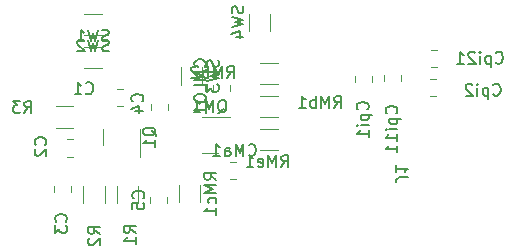
<source format=gbr>
%TF.GenerationSoftware,KiCad,Pcbnew,(6.0.5-0)*%
%TF.CreationDate,2022-07-01T09:39:55-05:00*%
%TF.ProjectId,AM_modulator,414d5f6d-6f64-4756-9c61-746f722e6b69,rev?*%
%TF.SameCoordinates,Original*%
%TF.FileFunction,Legend,Bot*%
%TF.FilePolarity,Positive*%
%FSLAX46Y46*%
G04 Gerber Fmt 4.6, Leading zero omitted, Abs format (unit mm)*
G04 Created by KiCad (PCBNEW (6.0.5-0)) date 2022-07-01 09:39:55*
%MOMM*%
%LPD*%
G01*
G04 APERTURE LIST*
%ADD10C,0.150000*%
%ADD11C,0.120000*%
G04 APERTURE END LIST*
D10*
%TO.C,RMc1*%
X76722380Y-70883333D02*
X76246190Y-70550000D01*
X76722380Y-70311904D02*
X75722380Y-70311904D01*
X75722380Y-70692857D01*
X75770000Y-70788095D01*
X75817619Y-70835714D01*
X75912857Y-70883333D01*
X76055714Y-70883333D01*
X76150952Y-70835714D01*
X76198571Y-70788095D01*
X76246190Y-70692857D01*
X76246190Y-70311904D01*
X76722380Y-71311904D02*
X75722380Y-71311904D01*
X76436666Y-71645238D01*
X75722380Y-71978571D01*
X76722380Y-71978571D01*
X76674761Y-72883333D02*
X76722380Y-72788095D01*
X76722380Y-72597619D01*
X76674761Y-72502380D01*
X76627142Y-72454761D01*
X76531904Y-72407142D01*
X76246190Y-72407142D01*
X76150952Y-72454761D01*
X76103333Y-72502380D01*
X76055714Y-72597619D01*
X76055714Y-72788095D01*
X76103333Y-72883333D01*
X76722380Y-73835714D02*
X76722380Y-73264285D01*
X76722380Y-73550000D02*
X75722380Y-73550000D01*
X75865238Y-73454761D01*
X75960476Y-73359523D01*
X76008095Y-73264285D01*
%TO.C,SW4*%
X78984761Y-56216666D02*
X79032380Y-56359523D01*
X79032380Y-56597619D01*
X78984761Y-56692857D01*
X78937142Y-56740476D01*
X78841904Y-56788095D01*
X78746666Y-56788095D01*
X78651428Y-56740476D01*
X78603809Y-56692857D01*
X78556190Y-56597619D01*
X78508571Y-56407142D01*
X78460952Y-56311904D01*
X78413333Y-56264285D01*
X78318095Y-56216666D01*
X78222857Y-56216666D01*
X78127619Y-56264285D01*
X78080000Y-56311904D01*
X78032380Y-56407142D01*
X78032380Y-56645238D01*
X78080000Y-56788095D01*
X78032380Y-57121428D02*
X79032380Y-57359523D01*
X78318095Y-57550000D01*
X79032380Y-57740476D01*
X78032380Y-57978571D01*
X78365714Y-58788095D02*
X79032380Y-58788095D01*
X77984761Y-58550000D02*
X78699047Y-58311904D01*
X78699047Y-58930952D01*
%TO.C,SW2*%
X67633333Y-59974761D02*
X67490476Y-60022380D01*
X67252380Y-60022380D01*
X67157142Y-59974761D01*
X67109523Y-59927142D01*
X67061904Y-59831904D01*
X67061904Y-59736666D01*
X67109523Y-59641428D01*
X67157142Y-59593809D01*
X67252380Y-59546190D01*
X67442857Y-59498571D01*
X67538095Y-59450952D01*
X67585714Y-59403333D01*
X67633333Y-59308095D01*
X67633333Y-59212857D01*
X67585714Y-59117619D01*
X67538095Y-59070000D01*
X67442857Y-59022380D01*
X67204761Y-59022380D01*
X67061904Y-59070000D01*
X66728571Y-59022380D02*
X66490476Y-60022380D01*
X66300000Y-59308095D01*
X66109523Y-60022380D01*
X65871428Y-59022380D01*
X65538095Y-59117619D02*
X65490476Y-59070000D01*
X65395238Y-59022380D01*
X65157142Y-59022380D01*
X65061904Y-59070000D01*
X65014285Y-59117619D01*
X64966666Y-59212857D01*
X64966666Y-59308095D01*
X65014285Y-59450952D01*
X65585714Y-60022380D01*
X64966666Y-60022380D01*
%TO.C,SW1*%
X67633333Y-59134761D02*
X67490476Y-59182380D01*
X67252380Y-59182380D01*
X67157142Y-59134761D01*
X67109523Y-59087142D01*
X67061904Y-58991904D01*
X67061904Y-58896666D01*
X67109523Y-58801428D01*
X67157142Y-58753809D01*
X67252380Y-58706190D01*
X67442857Y-58658571D01*
X67538095Y-58610952D01*
X67585714Y-58563333D01*
X67633333Y-58468095D01*
X67633333Y-58372857D01*
X67585714Y-58277619D01*
X67538095Y-58230000D01*
X67442857Y-58182380D01*
X67204761Y-58182380D01*
X67061904Y-58230000D01*
X66728571Y-58182380D02*
X66490476Y-59182380D01*
X66300000Y-58468095D01*
X66109523Y-59182380D01*
X65871428Y-58182380D01*
X64966666Y-59182380D02*
X65538095Y-59182380D01*
X65252380Y-59182380D02*
X65252380Y-58182380D01*
X65347619Y-58325238D01*
X65442857Y-58420476D01*
X65538095Y-58468095D01*
%TO.C,CMLO1*%
X75757142Y-61323333D02*
X75804761Y-61275714D01*
X75852380Y-61132857D01*
X75852380Y-61037619D01*
X75804761Y-60894761D01*
X75709523Y-60799523D01*
X75614285Y-60751904D01*
X75423809Y-60704285D01*
X75280952Y-60704285D01*
X75090476Y-60751904D01*
X74995238Y-60799523D01*
X74900000Y-60894761D01*
X74852380Y-61037619D01*
X74852380Y-61132857D01*
X74900000Y-61275714D01*
X74947619Y-61323333D01*
X75852380Y-61751904D02*
X74852380Y-61751904D01*
X75566666Y-62085238D01*
X74852380Y-62418571D01*
X75852380Y-62418571D01*
X75852380Y-63370952D02*
X75852380Y-62894761D01*
X74852380Y-62894761D01*
X74852380Y-63894761D02*
X74852380Y-64085238D01*
X74900000Y-64180476D01*
X74995238Y-64275714D01*
X75185714Y-64323333D01*
X75519047Y-64323333D01*
X75709523Y-64275714D01*
X75804761Y-64180476D01*
X75852380Y-64085238D01*
X75852380Y-63894761D01*
X75804761Y-63799523D01*
X75709523Y-63704285D01*
X75519047Y-63656666D01*
X75185714Y-63656666D01*
X74995238Y-63704285D01*
X74900000Y-63799523D01*
X74852380Y-63894761D01*
X75852380Y-65275714D02*
X75852380Y-64704285D01*
X75852380Y-64990000D02*
X74852380Y-64990000D01*
X74995238Y-64894761D01*
X75090476Y-64799523D01*
X75138095Y-64704285D01*
%TO.C,J1*%
X92967619Y-70663333D02*
X92253333Y-70663333D01*
X92110476Y-70710952D01*
X92015238Y-70806190D01*
X91967619Y-70949047D01*
X91967619Y-71044285D01*
X91967619Y-69663333D02*
X91967619Y-70234761D01*
X91967619Y-69949047D02*
X92967619Y-69949047D01*
X92824761Y-70044285D01*
X92729523Y-70139523D01*
X92681904Y-70234761D01*
%TO.C,Q1*%
X71651419Y-67185961D02*
X71603800Y-67090723D01*
X71508561Y-66995485D01*
X71365704Y-66852628D01*
X71318085Y-66757390D01*
X71318085Y-66662152D01*
X71556180Y-66709771D02*
X71508561Y-66614533D01*
X71413323Y-66519295D01*
X71222847Y-66471676D01*
X70889514Y-66471676D01*
X70699038Y-66519295D01*
X70603800Y-66614533D01*
X70556180Y-66709771D01*
X70556180Y-66900247D01*
X70603800Y-66995485D01*
X70699038Y-67090723D01*
X70889514Y-67138342D01*
X71222847Y-67138342D01*
X71413323Y-67090723D01*
X71508561Y-66995485D01*
X71556180Y-66900247D01*
X71556180Y-66709771D01*
X71556180Y-68090723D02*
X71556180Y-67519295D01*
X71556180Y-67805009D02*
X70556180Y-67805009D01*
X70699038Y-67709771D01*
X70794276Y-67614533D01*
X70841895Y-67519295D01*
%TO.C,CMa1*%
X79462976Y-68777142D02*
X79510595Y-68824761D01*
X79653452Y-68872380D01*
X79748690Y-68872380D01*
X79891547Y-68824761D01*
X79986785Y-68729523D01*
X80034404Y-68634285D01*
X80082023Y-68443809D01*
X80082023Y-68300952D01*
X80034404Y-68110476D01*
X79986785Y-68015238D01*
X79891547Y-67920000D01*
X79748690Y-67872380D01*
X79653452Y-67872380D01*
X79510595Y-67920000D01*
X79462976Y-67967619D01*
X79034404Y-68872380D02*
X79034404Y-67872380D01*
X78701071Y-68586666D01*
X78367738Y-67872380D01*
X78367738Y-68872380D01*
X77462976Y-68872380D02*
X77462976Y-68348571D01*
X77510595Y-68253333D01*
X77605833Y-68205714D01*
X77796309Y-68205714D01*
X77891547Y-68253333D01*
X77462976Y-68824761D02*
X77558214Y-68872380D01*
X77796309Y-68872380D01*
X77891547Y-68824761D01*
X77939166Y-68729523D01*
X77939166Y-68634285D01*
X77891547Y-68539047D01*
X77796309Y-68491428D01*
X77558214Y-68491428D01*
X77462976Y-68443809D01*
X76462976Y-68872380D02*
X77034404Y-68872380D01*
X76748690Y-68872380D02*
X76748690Y-67872380D01*
X76843928Y-68015238D01*
X76939166Y-68110476D01*
X77034404Y-68158095D01*
%TO.C,RMb2*%
X77630476Y-62272380D02*
X77963809Y-61796190D01*
X78201904Y-62272380D02*
X78201904Y-61272380D01*
X77820952Y-61272380D01*
X77725714Y-61320000D01*
X77678095Y-61367619D01*
X77630476Y-61462857D01*
X77630476Y-61605714D01*
X77678095Y-61700952D01*
X77725714Y-61748571D01*
X77820952Y-61796190D01*
X78201904Y-61796190D01*
X77201904Y-62272380D02*
X77201904Y-61272380D01*
X76868571Y-61986666D01*
X76535238Y-61272380D01*
X76535238Y-62272380D01*
X76059047Y-62272380D02*
X76059047Y-61272380D01*
X76059047Y-61653333D02*
X75963809Y-61605714D01*
X75773333Y-61605714D01*
X75678095Y-61653333D01*
X75630476Y-61700952D01*
X75582857Y-61796190D01*
X75582857Y-62081904D01*
X75630476Y-62177142D01*
X75678095Y-62224761D01*
X75773333Y-62272380D01*
X75963809Y-62272380D01*
X76059047Y-62224761D01*
X75201904Y-61367619D02*
X75154285Y-61320000D01*
X75059047Y-61272380D01*
X74820952Y-61272380D01*
X74725714Y-61320000D01*
X74678095Y-61367619D01*
X74630476Y-61462857D01*
X74630476Y-61558095D01*
X74678095Y-61700952D01*
X75249523Y-62272380D01*
X74630476Y-62272380D01*
%TO.C,C4*%
X70457942Y-64250733D02*
X70505561Y-64203114D01*
X70553180Y-64060257D01*
X70553180Y-63965019D01*
X70505561Y-63822161D01*
X70410323Y-63726923D01*
X70315085Y-63679304D01*
X70124609Y-63631685D01*
X69981752Y-63631685D01*
X69791276Y-63679304D01*
X69696038Y-63726923D01*
X69600800Y-63822161D01*
X69553180Y-63965019D01*
X69553180Y-64060257D01*
X69600800Y-64203114D01*
X69648419Y-64250733D01*
X69886514Y-65107876D02*
X70553180Y-65107876D01*
X69505561Y-64869780D02*
X70219847Y-64631685D01*
X70219847Y-65250733D01*
%TO.C,C5*%
X70532742Y-72449133D02*
X70580361Y-72401514D01*
X70627980Y-72258657D01*
X70627980Y-72163419D01*
X70580361Y-72020561D01*
X70485123Y-71925323D01*
X70389885Y-71877704D01*
X70199409Y-71830085D01*
X70056552Y-71830085D01*
X69866076Y-71877704D01*
X69770838Y-71925323D01*
X69675600Y-72020561D01*
X69627980Y-72163419D01*
X69627980Y-72258657D01*
X69675600Y-72401514D01*
X69723219Y-72449133D01*
X69627980Y-73353895D02*
X69627980Y-72877704D01*
X70104171Y-72830085D01*
X70056552Y-72877704D01*
X70008933Y-72972942D01*
X70008933Y-73211038D01*
X70056552Y-73306276D01*
X70104171Y-73353895D01*
X70199409Y-73401514D01*
X70437504Y-73401514D01*
X70532742Y-73353895D01*
X70580361Y-73306276D01*
X70627980Y-73211038D01*
X70627980Y-72972942D01*
X70580361Y-72877704D01*
X70532742Y-72830085D01*
%TO.C,R1*%
X69892780Y-75369533D02*
X69416590Y-75036200D01*
X69892780Y-74798104D02*
X68892780Y-74798104D01*
X68892780Y-75179057D01*
X68940400Y-75274295D01*
X68988019Y-75321914D01*
X69083257Y-75369533D01*
X69226114Y-75369533D01*
X69321352Y-75321914D01*
X69368971Y-75274295D01*
X69416590Y-75179057D01*
X69416590Y-74798104D01*
X69892780Y-76321914D02*
X69892780Y-75750485D01*
X69892780Y-76036200D02*
X68892780Y-76036200D01*
X69035638Y-75940961D01*
X69130876Y-75845723D01*
X69178495Y-75750485D01*
%TO.C,SW3*%
X76874761Y-60766666D02*
X76922380Y-60909523D01*
X76922380Y-61147619D01*
X76874761Y-61242857D01*
X76827142Y-61290476D01*
X76731904Y-61338095D01*
X76636666Y-61338095D01*
X76541428Y-61290476D01*
X76493809Y-61242857D01*
X76446190Y-61147619D01*
X76398571Y-60957142D01*
X76350952Y-60861904D01*
X76303333Y-60814285D01*
X76208095Y-60766666D01*
X76112857Y-60766666D01*
X76017619Y-60814285D01*
X75970000Y-60861904D01*
X75922380Y-60957142D01*
X75922380Y-61195238D01*
X75970000Y-61338095D01*
X75922380Y-61671428D02*
X76922380Y-61909523D01*
X76208095Y-62100000D01*
X76922380Y-62290476D01*
X75922380Y-62528571D01*
X75922380Y-62814285D02*
X75922380Y-63433333D01*
X76303333Y-63100000D01*
X76303333Y-63242857D01*
X76350952Y-63338095D01*
X76398571Y-63385714D01*
X76493809Y-63433333D01*
X76731904Y-63433333D01*
X76827142Y-63385714D01*
X76874761Y-63338095D01*
X76922380Y-63242857D01*
X76922380Y-62957142D01*
X76874761Y-62861904D01*
X76827142Y-62814285D01*
%TO.C,Cpi11*%
X91967142Y-65279166D02*
X92014761Y-65231547D01*
X92062380Y-65088690D01*
X92062380Y-64993452D01*
X92014761Y-64850595D01*
X91919523Y-64755357D01*
X91824285Y-64707738D01*
X91633809Y-64660119D01*
X91490952Y-64660119D01*
X91300476Y-64707738D01*
X91205238Y-64755357D01*
X91110000Y-64850595D01*
X91062380Y-64993452D01*
X91062380Y-65088690D01*
X91110000Y-65231547D01*
X91157619Y-65279166D01*
X91395714Y-65707738D02*
X92395714Y-65707738D01*
X91443333Y-65707738D02*
X91395714Y-65802976D01*
X91395714Y-65993452D01*
X91443333Y-66088690D01*
X91490952Y-66136309D01*
X91586190Y-66183928D01*
X91871904Y-66183928D01*
X91967142Y-66136309D01*
X92014761Y-66088690D01*
X92062380Y-65993452D01*
X92062380Y-65802976D01*
X92014761Y-65707738D01*
X92062380Y-66612500D02*
X91395714Y-66612500D01*
X91062380Y-66612500D02*
X91110000Y-66564880D01*
X91157619Y-66612500D01*
X91110000Y-66660119D01*
X91062380Y-66612500D01*
X91157619Y-66612500D01*
X92062380Y-67612500D02*
X92062380Y-67041071D01*
X92062380Y-67326785D02*
X91062380Y-67326785D01*
X91205238Y-67231547D01*
X91300476Y-67136309D01*
X91348095Y-67041071D01*
X92062380Y-68564880D02*
X92062380Y-67993452D01*
X92062380Y-68279166D02*
X91062380Y-68279166D01*
X91205238Y-68183928D01*
X91300476Y-68088690D01*
X91348095Y-67993452D01*
%TO.C,Cpi21*%
X100393333Y-60957142D02*
X100440952Y-61004761D01*
X100583809Y-61052380D01*
X100679047Y-61052380D01*
X100821904Y-61004761D01*
X100917142Y-60909523D01*
X100964761Y-60814285D01*
X101012380Y-60623809D01*
X101012380Y-60480952D01*
X100964761Y-60290476D01*
X100917142Y-60195238D01*
X100821904Y-60100000D01*
X100679047Y-60052380D01*
X100583809Y-60052380D01*
X100440952Y-60100000D01*
X100393333Y-60147619D01*
X99964761Y-60385714D02*
X99964761Y-61385714D01*
X99964761Y-60433333D02*
X99869523Y-60385714D01*
X99679047Y-60385714D01*
X99583809Y-60433333D01*
X99536190Y-60480952D01*
X99488571Y-60576190D01*
X99488571Y-60861904D01*
X99536190Y-60957142D01*
X99583809Y-61004761D01*
X99679047Y-61052380D01*
X99869523Y-61052380D01*
X99964761Y-61004761D01*
X99060000Y-61052380D02*
X99060000Y-60385714D01*
X99060000Y-60052380D02*
X99107619Y-60100000D01*
X99060000Y-60147619D01*
X99012380Y-60100000D01*
X99060000Y-60052380D01*
X99060000Y-60147619D01*
X98631428Y-60147619D02*
X98583809Y-60100000D01*
X98488571Y-60052380D01*
X98250476Y-60052380D01*
X98155238Y-60100000D01*
X98107619Y-60147619D01*
X98060000Y-60242857D01*
X98060000Y-60338095D01*
X98107619Y-60480952D01*
X98679047Y-61052380D01*
X98060000Y-61052380D01*
X97107619Y-61052380D02*
X97679047Y-61052380D01*
X97393333Y-61052380D02*
X97393333Y-60052380D01*
X97488571Y-60195238D01*
X97583809Y-60290476D01*
X97679047Y-60338095D01*
%TO.C,R2*%
X66895580Y-75471133D02*
X66419390Y-75137800D01*
X66895580Y-74899704D02*
X65895580Y-74899704D01*
X65895580Y-75280657D01*
X65943200Y-75375895D01*
X65990819Y-75423514D01*
X66086057Y-75471133D01*
X66228914Y-75471133D01*
X66324152Y-75423514D01*
X66371771Y-75375895D01*
X66419390Y-75280657D01*
X66419390Y-74899704D01*
X65990819Y-75852085D02*
X65943200Y-75899704D01*
X65895580Y-75994942D01*
X65895580Y-76233038D01*
X65943200Y-76328276D01*
X65990819Y-76375895D01*
X66086057Y-76423514D01*
X66181295Y-76423514D01*
X66324152Y-76375895D01*
X66895580Y-75804466D01*
X66895580Y-76423514D01*
%TO.C,Cpi1*%
X89527142Y-64942857D02*
X89574761Y-64895238D01*
X89622380Y-64752380D01*
X89622380Y-64657142D01*
X89574761Y-64514285D01*
X89479523Y-64419047D01*
X89384285Y-64371428D01*
X89193809Y-64323809D01*
X89050952Y-64323809D01*
X88860476Y-64371428D01*
X88765238Y-64419047D01*
X88670000Y-64514285D01*
X88622380Y-64657142D01*
X88622380Y-64752380D01*
X88670000Y-64895238D01*
X88717619Y-64942857D01*
X88955714Y-65371428D02*
X89955714Y-65371428D01*
X89003333Y-65371428D02*
X88955714Y-65466666D01*
X88955714Y-65657142D01*
X89003333Y-65752380D01*
X89050952Y-65800000D01*
X89146190Y-65847619D01*
X89431904Y-65847619D01*
X89527142Y-65800000D01*
X89574761Y-65752380D01*
X89622380Y-65657142D01*
X89622380Y-65466666D01*
X89574761Y-65371428D01*
X89622380Y-66276190D02*
X88955714Y-66276190D01*
X88622380Y-66276190D02*
X88670000Y-66228571D01*
X88717619Y-66276190D01*
X88670000Y-66323809D01*
X88622380Y-66276190D01*
X88717619Y-66276190D01*
X89622380Y-67276190D02*
X89622380Y-66704761D01*
X89622380Y-66990476D02*
X88622380Y-66990476D01*
X88765238Y-66895238D01*
X88860476Y-66800000D01*
X88908095Y-66704761D01*
%TO.C,C1*%
X65695466Y-63548942D02*
X65743085Y-63596561D01*
X65885942Y-63644180D01*
X65981180Y-63644180D01*
X66124038Y-63596561D01*
X66219276Y-63501323D01*
X66266895Y-63406085D01*
X66314514Y-63215609D01*
X66314514Y-63072752D01*
X66266895Y-62882276D01*
X66219276Y-62787038D01*
X66124038Y-62691800D01*
X65981180Y-62644180D01*
X65885942Y-62644180D01*
X65743085Y-62691800D01*
X65695466Y-62739419D01*
X64743085Y-63644180D02*
X65314514Y-63644180D01*
X65028800Y-63644180D02*
X65028800Y-62644180D01*
X65124038Y-62787038D01*
X65219276Y-62882276D01*
X65314514Y-62929895D01*
%TO.C,Cpi2*%
X100177142Y-63667142D02*
X100224761Y-63714761D01*
X100367619Y-63762380D01*
X100462857Y-63762380D01*
X100605714Y-63714761D01*
X100700952Y-63619523D01*
X100748571Y-63524285D01*
X100796190Y-63333809D01*
X100796190Y-63190952D01*
X100748571Y-63000476D01*
X100700952Y-62905238D01*
X100605714Y-62810000D01*
X100462857Y-62762380D01*
X100367619Y-62762380D01*
X100224761Y-62810000D01*
X100177142Y-62857619D01*
X99748571Y-63095714D02*
X99748571Y-64095714D01*
X99748571Y-63143333D02*
X99653333Y-63095714D01*
X99462857Y-63095714D01*
X99367619Y-63143333D01*
X99320000Y-63190952D01*
X99272380Y-63286190D01*
X99272380Y-63571904D01*
X99320000Y-63667142D01*
X99367619Y-63714761D01*
X99462857Y-63762380D01*
X99653333Y-63762380D01*
X99748571Y-63714761D01*
X98843809Y-63762380D02*
X98843809Y-63095714D01*
X98843809Y-62762380D02*
X98891428Y-62810000D01*
X98843809Y-62857619D01*
X98796190Y-62810000D01*
X98843809Y-62762380D01*
X98843809Y-62857619D01*
X98415238Y-62857619D02*
X98367619Y-62810000D01*
X98272380Y-62762380D01*
X98034285Y-62762380D01*
X97939047Y-62810000D01*
X97891428Y-62857619D01*
X97843809Y-62952857D01*
X97843809Y-63048095D01*
X97891428Y-63190952D01*
X98462857Y-63762380D01*
X97843809Y-63762380D01*
%TO.C,QM1*%
X76866666Y-65247619D02*
X76961904Y-65200000D01*
X77057142Y-65104761D01*
X77200000Y-64961904D01*
X77295238Y-64914285D01*
X77390476Y-64914285D01*
X77342857Y-65152380D02*
X77438095Y-65104761D01*
X77533333Y-65009523D01*
X77580952Y-64819047D01*
X77580952Y-64485714D01*
X77533333Y-64295238D01*
X77438095Y-64200000D01*
X77342857Y-64152380D01*
X77152380Y-64152380D01*
X77057142Y-64200000D01*
X76961904Y-64295238D01*
X76914285Y-64485714D01*
X76914285Y-64819047D01*
X76961904Y-65009523D01*
X77057142Y-65104761D01*
X77152380Y-65152380D01*
X77342857Y-65152380D01*
X76485714Y-65152380D02*
X76485714Y-64152380D01*
X76152380Y-64866666D01*
X75819047Y-64152380D01*
X75819047Y-65152380D01*
X74819047Y-65152380D02*
X75390476Y-65152380D01*
X75104761Y-65152380D02*
X75104761Y-64152380D01*
X75200000Y-64295238D01*
X75295238Y-64390476D01*
X75390476Y-64438095D01*
%TO.C,C2*%
X62253742Y-67927333D02*
X62301361Y-67879714D01*
X62348980Y-67736857D01*
X62348980Y-67641619D01*
X62301361Y-67498761D01*
X62206123Y-67403523D01*
X62110885Y-67355904D01*
X61920409Y-67308285D01*
X61777552Y-67308285D01*
X61587076Y-67355904D01*
X61491838Y-67403523D01*
X61396600Y-67498761D01*
X61348980Y-67641619D01*
X61348980Y-67736857D01*
X61396600Y-67879714D01*
X61444219Y-67927333D01*
X61444219Y-68308285D02*
X61396600Y-68355904D01*
X61348980Y-68451142D01*
X61348980Y-68689238D01*
X61396600Y-68784476D01*
X61444219Y-68832095D01*
X61539457Y-68879714D01*
X61634695Y-68879714D01*
X61777552Y-68832095D01*
X62348980Y-68260666D01*
X62348980Y-68879714D01*
%TO.C,RMb1*%
X86720476Y-64802380D02*
X87053809Y-64326190D01*
X87291904Y-64802380D02*
X87291904Y-63802380D01*
X86910952Y-63802380D01*
X86815714Y-63850000D01*
X86768095Y-63897619D01*
X86720476Y-63992857D01*
X86720476Y-64135714D01*
X86768095Y-64230952D01*
X86815714Y-64278571D01*
X86910952Y-64326190D01*
X87291904Y-64326190D01*
X86291904Y-64802380D02*
X86291904Y-63802380D01*
X85958571Y-64516666D01*
X85625238Y-63802380D01*
X85625238Y-64802380D01*
X85149047Y-64802380D02*
X85149047Y-63802380D01*
X85149047Y-64183333D02*
X85053809Y-64135714D01*
X84863333Y-64135714D01*
X84768095Y-64183333D01*
X84720476Y-64230952D01*
X84672857Y-64326190D01*
X84672857Y-64611904D01*
X84720476Y-64707142D01*
X84768095Y-64754761D01*
X84863333Y-64802380D01*
X85053809Y-64802380D01*
X85149047Y-64754761D01*
X83720476Y-64802380D02*
X84291904Y-64802380D01*
X84006190Y-64802380D02*
X84006190Y-63802380D01*
X84101428Y-63945238D01*
X84196666Y-64040476D01*
X84291904Y-64088095D01*
%TO.C,R3*%
X60488466Y-65218980D02*
X60821800Y-64742790D01*
X61059895Y-65218980D02*
X61059895Y-64218980D01*
X60678942Y-64218980D01*
X60583704Y-64266600D01*
X60536085Y-64314219D01*
X60488466Y-64409457D01*
X60488466Y-64552314D01*
X60536085Y-64647552D01*
X60583704Y-64695171D01*
X60678942Y-64742790D01*
X61059895Y-64742790D01*
X60155133Y-64218980D02*
X59536085Y-64218980D01*
X59869419Y-64599933D01*
X59726561Y-64599933D01*
X59631323Y-64647552D01*
X59583704Y-64695171D01*
X59536085Y-64790409D01*
X59536085Y-65028504D01*
X59583704Y-65123742D01*
X59631323Y-65171361D01*
X59726561Y-65218980D01*
X60012276Y-65218980D01*
X60107514Y-65171361D01*
X60155133Y-65123742D01*
%TO.C,C3*%
X63980942Y-74429733D02*
X64028561Y-74382114D01*
X64076180Y-74239257D01*
X64076180Y-74144019D01*
X64028561Y-74001161D01*
X63933323Y-73905923D01*
X63838085Y-73858304D01*
X63647609Y-73810685D01*
X63504752Y-73810685D01*
X63314276Y-73858304D01*
X63219038Y-73905923D01*
X63123800Y-74001161D01*
X63076180Y-74144019D01*
X63076180Y-74239257D01*
X63123800Y-74382114D01*
X63171419Y-74429733D01*
X63076180Y-74763066D02*
X63076180Y-75382114D01*
X63457133Y-75048780D01*
X63457133Y-75191638D01*
X63504752Y-75286876D01*
X63552371Y-75334495D01*
X63647609Y-75382114D01*
X63885704Y-75382114D01*
X63980942Y-75334495D01*
X64028561Y-75286876D01*
X64076180Y-75191638D01*
X64076180Y-74905923D01*
X64028561Y-74810685D01*
X63980942Y-74763066D01*
%TO.C,RMe1*%
X82246666Y-69792380D02*
X82580000Y-69316190D01*
X82818095Y-69792380D02*
X82818095Y-68792380D01*
X82437142Y-68792380D01*
X82341904Y-68840000D01*
X82294285Y-68887619D01*
X82246666Y-68982857D01*
X82246666Y-69125714D01*
X82294285Y-69220952D01*
X82341904Y-69268571D01*
X82437142Y-69316190D01*
X82818095Y-69316190D01*
X81818095Y-69792380D02*
X81818095Y-68792380D01*
X81484761Y-69506666D01*
X81151428Y-68792380D01*
X81151428Y-69792380D01*
X80294285Y-69744761D02*
X80389523Y-69792380D01*
X80580000Y-69792380D01*
X80675238Y-69744761D01*
X80722857Y-69649523D01*
X80722857Y-69268571D01*
X80675238Y-69173333D01*
X80580000Y-69125714D01*
X80389523Y-69125714D01*
X80294285Y-69173333D01*
X80246666Y-69268571D01*
X80246666Y-69363809D01*
X80722857Y-69459047D01*
X79294285Y-69792380D02*
X79865714Y-69792380D01*
X79580000Y-69792380D02*
X79580000Y-68792380D01*
X79675238Y-68935238D01*
X79770476Y-69030476D01*
X79865714Y-69078095D01*
D11*
%TO.C,RMc1*%
X75360000Y-72777064D02*
X75360000Y-71322936D01*
X73540000Y-72777064D02*
X73540000Y-71322936D01*
%TO.C,SW4*%
X81310000Y-56822936D02*
X81310000Y-58277064D01*
X79490000Y-56822936D02*
X79490000Y-58277064D01*
%TO.C,SW2*%
X65572936Y-56840000D02*
X67027064Y-56840000D01*
X65572936Y-58660000D02*
X67027064Y-58660000D01*
%TO.C,SW1*%
X67027064Y-59640000D02*
X65572936Y-59640000D01*
X67027064Y-61460000D02*
X65572936Y-61460000D01*
%TO.C,CMLO1*%
X76465000Y-63361252D02*
X76465000Y-62838748D01*
X77935000Y-63361252D02*
X77935000Y-62838748D01*
%TO.C,Q1*%
X70263800Y-67281200D02*
X70263800Y-66631200D01*
X70263800Y-67281200D02*
X70263800Y-68956200D01*
X67143800Y-67281200D02*
X67143800Y-66631200D01*
X67143800Y-67281200D02*
X67143800Y-67931200D01*
%TO.C,CMa1*%
X77901248Y-70835000D02*
X78423752Y-70835000D01*
X77901248Y-69365000D02*
X78423752Y-69365000D01*
%TO.C,RMb2*%
X80472936Y-60990000D02*
X81927064Y-60990000D01*
X80472936Y-62810000D02*
X81927064Y-62810000D01*
%TO.C,C4*%
X71194600Y-64983452D02*
X71194600Y-64460948D01*
X72664600Y-64983452D02*
X72664600Y-64460948D01*
%TO.C,C5*%
X71120600Y-72354548D02*
X71120600Y-72877052D01*
X72590600Y-72354548D02*
X72590600Y-72877052D01*
%TO.C,R1*%
X68301800Y-72859664D02*
X68301800Y-71405536D01*
X70121800Y-72859664D02*
X70121800Y-71405536D01*
%TO.C,SW3*%
X75560000Y-62827064D02*
X75560000Y-61372936D01*
X73740000Y-62827064D02*
X73740000Y-61372936D01*
%TO.C,Cpi11*%
X90935000Y-62561252D02*
X90935000Y-62038748D01*
X92405000Y-62561252D02*
X92405000Y-62038748D01*
%TO.C,Cpi21*%
X94888748Y-59865000D02*
X95411252Y-59865000D01*
X94888748Y-61335000D02*
X95411252Y-61335000D01*
%TO.C,R2*%
X65482400Y-71405536D02*
X65482400Y-72859664D01*
X67302400Y-71405536D02*
X67302400Y-72859664D01*
%TO.C,Cpi1*%
X89905000Y-62088748D02*
X89905000Y-62611252D01*
X88435000Y-62088748D02*
X88435000Y-62611252D01*
%TO.C,C1*%
X68838052Y-63193400D02*
X68315548Y-63193400D01*
X68838052Y-64663400D02*
X68315548Y-64663400D01*
%TO.C,Cpi2*%
X94836248Y-63805000D02*
X95358752Y-63805000D01*
X94836248Y-62335000D02*
X95358752Y-62335000D01*
%TO.C,QM1*%
X76200000Y-68660000D02*
X76850000Y-68660000D01*
X76200000Y-65540000D02*
X75550000Y-65540000D01*
X76200000Y-65540000D02*
X77875000Y-65540000D01*
X76200000Y-68660000D02*
X75550000Y-68660000D01*
%TO.C,C2*%
X64596252Y-68930600D02*
X64073748Y-68930600D01*
X64596252Y-67460600D02*
X64073748Y-67460600D01*
%TO.C,RMb1*%
X81927064Y-63790000D02*
X80472936Y-63790000D01*
X81927064Y-65610000D02*
X80472936Y-65610000D01*
%TO.C,R3*%
X64579464Y-66489400D02*
X63125336Y-66489400D01*
X64579464Y-64669400D02*
X63125336Y-64669400D01*
%TO.C,C3*%
X64435000Y-71388748D02*
X64435000Y-71911252D01*
X62965000Y-71388748D02*
X62965000Y-71911252D01*
%TO.C,RMe1*%
X80472936Y-68410000D02*
X81927064Y-68410000D01*
X80472936Y-66590000D02*
X81927064Y-66590000D01*
%TD*%
M02*

</source>
